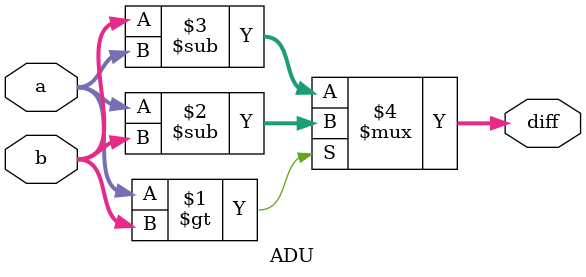
<source format=v>
`timescale 1ns / 1ps
module KNN (
	input clk,rst,
	input [7:0] unknown,
	output reg[1:0] label,
	output [1:0] state 
    );
	 
	 // Initializations
	 
	 reg [9:0] DataMem [0:127];
         
	 wire [6:0] Address;
	 wire [6:0] distance;
	 reg  [6:0] a,b,c,d,e;
    control cu (.clk(clk), .rst(rst), .address(Address), .state(state));
	 

	// -- Populating Data Memory with Random Values
	
	// integer i;
	//initial begin
	//	for (i = 0; i < 128; i = i + 1) begin
	//				DataMem[i] <= $random % 1024;
	//		  end
   // end

	initial begin
        $readmemb("dataset.txt", DataMem);
		end

	// State : 1          DISTANCE CALCULATION
	
	distance distance_mod(.unknownData(unknown),.knownData(DataMem[Address]), .labeledDistance(distance));
	
	 always@(posedge clk or posedge rst)
	 begin
		if(rst)
			begin
			a <= 7'b1111111;
			b <= 7'b1111111;
			c <= 7'b1111111;
			d <= 7'b1111111;
			e <= 7'b1111111;
			end
		else if(state == 2'b01)
			begin
			 if(distance[4:0] < a[4:0] )
			  begin
				e <= d;
				d <= c;
				c <= b;
				b <= a;
				a <= distance;
			  end
			 else if(distance[4:0] < b[4:0])
				begin
				 e <= d;
				 d <= c;
				 c <= b;
				 b <= distance;
				end
			 else if (distance[4:0] < c[4:0])
				begin
				 e <= d;
				 d <= c;
				 c <= distance;
				end
			 else if(distance[4:0] < d[4:0])
			 	begin
				 e <= d;
				 d <= distance;
				end
			 else if(distance[4:0] < e[4:0])
			 	begin
				 e <= distance;
				end	
			end
	 end
	 
	///////////////////////////////////////////////
	
	//State : 2         Label Frequency Counting
	
	reg [1:0] label_Address;

	always@*	//combinational block-> =
		begin
			if(Address == 7'b0000000)
				label_Address = a[6:5];			
			else if(Address == 7'b0000001)
				label_Address = b[6:5];
				
			else if(Address == 7'b0000010)
				label_Address = c[6:5];
				
			else if(Address == 7'b0000011)
				label_Address = d[6:5];
				
			else if(Address == 7'b0000100)
				label_Address = e[6:5];
			else
				label_Address = 0;
		end
	
	
		reg [2:0] CountMem [0:3] ;
		always @ (posedge clk or posedge rst)
			begin
				if (rst)
					begin
						CountMem[0] <= 3'b000;
						CountMem[1] <= 3'b000;
						CountMem[2] <= 3'b000;
						CountMem[3] <= 3'b000;
					end
				else if(state == 2'b10)
				 begin
					CountMem[label_Address] <= CountMem[label_Address] + 1;
				 end
			end

	/////////////////////////////////////////////////////
	
	// State: 3      MAJORITY VOTING
	
	reg [2:0] max;
	
	always@(posedge clk or posedge rst)
		begin
			if(rst)
			 begin
				max <= 3'b000;
				label <= 2'b11;
			 end
			else if(state == 2'b11)
				begin
					if(CountMem[Address] > max) 
						begin
							max <= CountMem[Address]; 
							label <= Address;
						end
				end
		end

endmodule


module distance (
	input [7:0] unknownData,
	input [9:0] knownData,
	output [6:0] labeledDistance
);

	wire [3:0] diff1, diff2;
	wire [4:0] sum;
	
	ADU adu1 (.a(unknownData[7:4]), .b(knownData[7:4]), .diff(diff1));
	ADU adu2 (.a(unknownData[3:0]), .b(knownData[3:0]), .diff(diff2));
	
	assign sum = diff1 + diff2;
	assign labeledDistance = {knownData[9:8], sum};
	endmodule

////////////////////////////////////////////

module ADU (
	input [3:0] a,b,
	output [3:0] diff
);
assign diff = (a > b) ? (a - b) : (b - a);
endmodule

////////////////////////////////////////////


</source>
